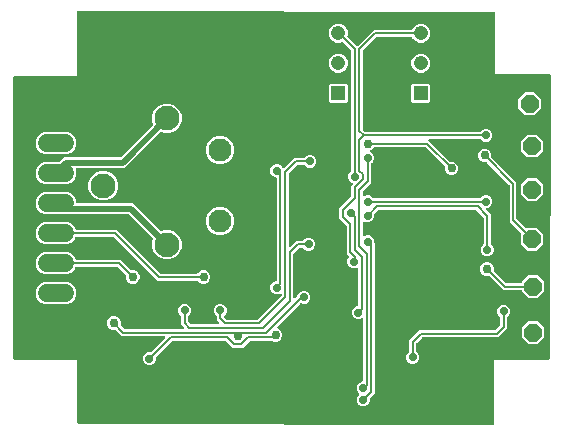
<source format=gbr>
G04 EAGLE Gerber RS-274X export*
G75*
%MOMM*%
%FSLAX34Y34*%
%LPD*%
%INBottom Copper*%
%IPPOS*%
%AMOC8*
5,1,8,0,0,1.08239X$1,22.5*%
G01*
%ADD10C,2.100000*%
%ADD11C,1.950000*%
%ADD12C,1.208000*%
%ADD13R,1.208000X1.208000*%
%ADD14C,1.524000*%
%ADD15P,1.649562X8X22.500000*%
%ADD16C,0.700000*%
%ADD17C,0.900000*%
%ADD18C,0.750000*%
%ADD19C,0.200000*%
%ADD20C,0.500000*%
%ADD21C,0.508000*%
%ADD22C,0.152400*%

G36*
X411063Y4124D02*
X411063Y4124D01*
X411128Y4123D01*
X411201Y4144D01*
X411277Y4154D01*
X411337Y4181D01*
X411400Y4198D01*
X411465Y4239D01*
X411534Y4270D01*
X411584Y4312D01*
X411640Y4347D01*
X411691Y4403D01*
X411749Y4453D01*
X411785Y4507D01*
X411829Y4556D01*
X411862Y4625D01*
X411904Y4688D01*
X411923Y4751D01*
X411952Y4810D01*
X411962Y4878D01*
X411987Y4958D01*
X411988Y5044D01*
X411999Y5114D01*
X411999Y59001D01*
X458170Y59001D01*
X458232Y59010D01*
X458295Y59009D01*
X458371Y59029D01*
X458449Y59041D01*
X458506Y59066D01*
X458567Y59083D01*
X458634Y59124D01*
X458706Y59157D01*
X458754Y59198D01*
X458807Y59231D01*
X458861Y59289D01*
X458920Y59340D01*
X458955Y59393D01*
X458997Y59439D01*
X459032Y59510D01*
X459075Y59576D01*
X459093Y59636D01*
X459121Y59693D01*
X459132Y59763D01*
X459157Y59846D01*
X459158Y59929D01*
X459169Y59997D01*
X459838Y299997D01*
X459829Y300062D01*
X459829Y300128D01*
X459809Y300201D01*
X459799Y300277D01*
X459772Y300336D01*
X459754Y300400D01*
X459714Y300464D01*
X459683Y300534D01*
X459641Y300584D01*
X459606Y300640D01*
X459550Y300691D01*
X459500Y300749D01*
X459446Y300785D01*
X459397Y300829D01*
X459328Y300862D01*
X459265Y300904D01*
X459202Y300923D01*
X459143Y300952D01*
X459075Y300962D01*
X458995Y300987D01*
X458909Y300988D01*
X458838Y300999D01*
X412999Y300999D01*
X412999Y352228D01*
X412990Y352289D01*
X412992Y352352D01*
X412971Y352428D01*
X412959Y352507D01*
X412934Y352564D01*
X412918Y352624D01*
X412876Y352692D01*
X412843Y352764D01*
X412803Y352811D01*
X412770Y352864D01*
X412712Y352918D01*
X412660Y352978D01*
X412608Y353012D01*
X412562Y353054D01*
X412491Y353089D01*
X412424Y353133D01*
X412364Y353151D01*
X412309Y353178D01*
X412238Y353190D01*
X412154Y353215D01*
X412072Y353216D01*
X412004Y353227D01*
X60004Y354741D01*
X59938Y354732D01*
X59872Y354733D01*
X59800Y354713D01*
X59725Y354703D01*
X59664Y354675D01*
X59600Y354658D01*
X59536Y354618D01*
X59467Y354587D01*
X59417Y354544D01*
X59360Y354510D01*
X59310Y354454D01*
X59252Y354405D01*
X59216Y354350D01*
X59171Y354300D01*
X59138Y354233D01*
X59097Y354170D01*
X59077Y354106D01*
X59048Y354047D01*
X59038Y353979D01*
X59013Y353900D01*
X59012Y353813D01*
X59001Y353742D01*
X59001Y298999D01*
X6000Y298999D01*
X5936Y298990D01*
X5872Y298991D01*
X5797Y298970D01*
X5721Y298959D01*
X5662Y298933D01*
X5600Y298916D01*
X5534Y298875D01*
X5464Y298843D01*
X5415Y298801D01*
X5360Y298768D01*
X5308Y298710D01*
X5250Y298660D01*
X5214Y298606D01*
X5171Y298558D01*
X5138Y298489D01*
X5095Y298424D01*
X5076Y298362D01*
X5048Y298305D01*
X5037Y298235D01*
X5013Y298154D01*
X5012Y298069D01*
X5001Y298000D01*
X5001Y60000D01*
X5010Y59936D01*
X5009Y59872D01*
X5030Y59797D01*
X5041Y59721D01*
X5067Y59662D01*
X5084Y59600D01*
X5125Y59534D01*
X5157Y59464D01*
X5199Y59415D01*
X5232Y59360D01*
X5290Y59308D01*
X5340Y59250D01*
X5394Y59214D01*
X5442Y59171D01*
X5511Y59138D01*
X5576Y59095D01*
X5638Y59076D01*
X5695Y59048D01*
X5765Y59037D01*
X5846Y59013D01*
X5931Y59012D01*
X6000Y59001D01*
X59001Y59001D01*
X59001Y5871D01*
X59010Y5808D01*
X59009Y5745D01*
X59029Y5669D01*
X59041Y5591D01*
X59067Y5534D01*
X59083Y5473D01*
X59124Y5406D01*
X59157Y5335D01*
X59198Y5287D01*
X59231Y5233D01*
X59289Y5180D01*
X59340Y5120D01*
X59393Y5086D01*
X59440Y5043D01*
X59510Y5009D01*
X59576Y4966D01*
X59637Y4947D01*
X59693Y4920D01*
X59764Y4909D01*
X59846Y4883D01*
X59929Y4882D01*
X59998Y4871D01*
X410998Y4115D01*
X411063Y4124D01*
G37*
%LPC*%
G36*
X299906Y19499D02*
X299906Y19499D01*
X297884Y20337D01*
X296337Y21884D01*
X295499Y23906D01*
X295499Y26094D01*
X296337Y28116D01*
X297514Y29293D01*
X297553Y29345D01*
X297599Y29390D01*
X297637Y29457D01*
X297684Y29519D01*
X297706Y29579D01*
X297738Y29635D01*
X297756Y29710D01*
X297783Y29783D01*
X297788Y29847D01*
X297803Y29910D01*
X297799Y29987D01*
X297805Y30064D01*
X297792Y30127D01*
X297788Y30191D01*
X297763Y30264D01*
X297747Y30340D01*
X297717Y30397D01*
X297696Y30458D01*
X297655Y30514D01*
X297615Y30589D01*
X297556Y30650D01*
X297514Y30707D01*
X296337Y31884D01*
X295499Y33906D01*
X295499Y36094D01*
X296337Y38116D01*
X297884Y39663D01*
X299906Y40501D01*
X300000Y40501D01*
X300064Y40510D01*
X300128Y40509D01*
X300203Y40530D01*
X300279Y40541D01*
X300338Y40567D01*
X300400Y40584D01*
X300466Y40625D01*
X300536Y40657D01*
X300585Y40699D01*
X300640Y40732D01*
X300692Y40790D01*
X300750Y40840D01*
X300786Y40894D01*
X300829Y40942D01*
X300862Y41011D01*
X300905Y41076D01*
X300924Y41138D01*
X300952Y41195D01*
X300963Y41265D01*
X300987Y41346D01*
X300988Y41431D01*
X300999Y41500D01*
X300999Y93207D01*
X300983Y93324D01*
X300971Y93443D01*
X300963Y93464D01*
X300959Y93486D01*
X300911Y93594D01*
X300867Y93705D01*
X300853Y93723D01*
X300843Y93743D01*
X300766Y93833D01*
X300693Y93927D01*
X300675Y93940D01*
X300660Y93958D01*
X300560Y94023D01*
X300464Y94092D01*
X300443Y94100D01*
X300424Y94112D01*
X300310Y94147D01*
X300199Y94186D01*
X300176Y94188D01*
X300154Y94194D01*
X300036Y94196D01*
X299917Y94203D01*
X299896Y94198D01*
X299872Y94198D01*
X299693Y94148D01*
X299618Y94130D01*
X298094Y93499D01*
X295906Y93499D01*
X293884Y94337D01*
X292337Y95884D01*
X291499Y97906D01*
X291499Y100094D01*
X292337Y102116D01*
X293884Y103663D01*
X295906Y104501D01*
X296000Y104501D01*
X296064Y104510D01*
X296128Y104509D01*
X296203Y104530D01*
X296279Y104541D01*
X296338Y104567D01*
X296400Y104584D01*
X296466Y104625D01*
X296536Y104657D01*
X296585Y104699D01*
X296640Y104732D01*
X296692Y104790D01*
X296750Y104840D01*
X296786Y104894D01*
X296829Y104942D01*
X296862Y105011D01*
X296905Y105076D01*
X296924Y105138D01*
X296952Y105195D01*
X296963Y105265D01*
X296987Y105346D01*
X296988Y105431D01*
X296999Y105500D01*
X296999Y136207D01*
X296983Y136324D01*
X296971Y136443D01*
X296963Y136464D01*
X296959Y136486D01*
X296911Y136594D01*
X296867Y136704D01*
X296853Y136722D01*
X296843Y136743D01*
X296766Y136833D01*
X296693Y136927D01*
X296675Y136940D01*
X296660Y136958D01*
X296560Y137023D01*
X296464Y137092D01*
X296443Y137099D01*
X296424Y137112D01*
X296310Y137147D01*
X296199Y137186D01*
X296176Y137188D01*
X296154Y137194D01*
X296036Y137196D01*
X295917Y137203D01*
X295896Y137198D01*
X295872Y137198D01*
X295693Y137148D01*
X295618Y137130D01*
X294094Y136499D01*
X291906Y136499D01*
X289884Y137337D01*
X288337Y138884D01*
X287499Y140906D01*
X287499Y143094D01*
X288337Y145116D01*
X288782Y145561D01*
X288821Y145613D01*
X288867Y145657D01*
X288905Y145725D01*
X288951Y145787D01*
X288974Y145847D01*
X289006Y145903D01*
X289023Y145978D01*
X289051Y146051D01*
X289056Y146115D01*
X289071Y146177D01*
X289067Y146255D01*
X289073Y146332D01*
X289059Y146395D01*
X289056Y146459D01*
X289031Y146532D01*
X289015Y146608D01*
X288985Y146665D01*
X288964Y146725D01*
X288922Y146782D01*
X288883Y146857D01*
X288823Y146918D01*
X288782Y146974D01*
X286999Y148757D01*
X286999Y172343D01*
X286986Y172438D01*
X286981Y172534D01*
X286966Y172577D01*
X286959Y172622D01*
X286920Y172710D01*
X286888Y172801D01*
X286863Y172835D01*
X286843Y172879D01*
X286760Y172977D01*
X286707Y173050D01*
X280999Y178757D01*
X280999Y187243D01*
X290707Y196950D01*
X290764Y197027D01*
X290829Y197098D01*
X290849Y197139D01*
X290876Y197176D01*
X290910Y197266D01*
X290952Y197352D01*
X290958Y197394D01*
X290975Y197440D01*
X290985Y197567D01*
X290999Y197657D01*
X290999Y206243D01*
X292096Y207339D01*
X292167Y207434D01*
X292242Y207526D01*
X292251Y207547D01*
X292265Y207565D01*
X292307Y207676D01*
X292354Y207785D01*
X292356Y207807D01*
X292364Y207829D01*
X292374Y207947D01*
X292388Y208065D01*
X292385Y208087D01*
X292386Y208110D01*
X292362Y208226D01*
X292343Y208343D01*
X292333Y208364D01*
X292329Y208386D01*
X292273Y208491D01*
X292222Y208598D01*
X292207Y208615D01*
X292196Y208635D01*
X292113Y208720D01*
X292035Y208809D01*
X292016Y208820D01*
X291999Y208837D01*
X291837Y208929D01*
X291771Y208969D01*
X290884Y209337D01*
X289337Y210884D01*
X288499Y212906D01*
X288499Y215094D01*
X289337Y217116D01*
X290707Y218486D01*
X290764Y218563D01*
X290829Y218634D01*
X290849Y218675D01*
X290876Y218711D01*
X290910Y218801D01*
X290952Y218888D01*
X290958Y218930D01*
X290975Y218975D01*
X290985Y219103D01*
X290999Y219192D01*
X290999Y320343D01*
X290986Y320438D01*
X290981Y320534D01*
X290966Y320577D01*
X290959Y320622D01*
X290920Y320710D01*
X290888Y320801D01*
X290863Y320835D01*
X290843Y320879D01*
X290760Y320977D01*
X290707Y321050D01*
X284050Y327707D01*
X284042Y327712D01*
X284036Y327720D01*
X283929Y327797D01*
X283824Y327876D01*
X283815Y327879D01*
X283808Y327885D01*
X283684Y327929D01*
X283560Y327975D01*
X283551Y327976D01*
X283542Y327979D01*
X283410Y327987D01*
X283279Y327997D01*
X283270Y327995D01*
X283260Y327996D01*
X283185Y327978D01*
X283003Y327940D01*
X282982Y327928D01*
X282961Y327923D01*
X281599Y327359D01*
X278401Y327359D01*
X275445Y328583D01*
X273183Y330845D01*
X271959Y333801D01*
X271959Y336999D01*
X273183Y339955D01*
X275445Y342217D01*
X278401Y343441D01*
X281599Y343441D01*
X284555Y342217D01*
X286817Y339955D01*
X288041Y336999D01*
X288041Y333801D01*
X287828Y333288D01*
X287826Y333279D01*
X287821Y333270D01*
X287791Y333141D01*
X287758Y333015D01*
X287759Y333005D01*
X287756Y332996D01*
X287763Y332863D01*
X287767Y332733D01*
X287770Y332724D01*
X287771Y332714D01*
X287814Y332590D01*
X287855Y332465D01*
X287860Y332457D01*
X287863Y332448D01*
X287908Y332386D01*
X288014Y332232D01*
X288032Y332216D01*
X288045Y332199D01*
X295293Y324950D01*
X295345Y324912D01*
X295390Y324866D01*
X295457Y324827D01*
X295519Y324781D01*
X295579Y324758D01*
X295635Y324727D01*
X295710Y324709D01*
X295783Y324681D01*
X295847Y324676D01*
X295909Y324662D01*
X295987Y324666D01*
X296064Y324660D01*
X296127Y324673D01*
X296191Y324676D01*
X296264Y324701D01*
X296340Y324717D01*
X296397Y324747D01*
X296458Y324769D01*
X296514Y324810D01*
X296589Y324850D01*
X296650Y324909D01*
X296707Y324950D01*
X310157Y338401D01*
X341872Y338401D01*
X341881Y338402D01*
X341891Y338401D01*
X342021Y338422D01*
X342151Y338441D01*
X342160Y338444D01*
X342169Y338446D01*
X342289Y338503D01*
X342408Y338557D01*
X342415Y338563D01*
X342424Y338567D01*
X342523Y338655D01*
X342622Y338740D01*
X342628Y338748D01*
X342635Y338754D01*
X342675Y338820D01*
X342777Y338976D01*
X342784Y338999D01*
X342795Y339018D01*
X343183Y339955D01*
X345445Y342217D01*
X348401Y343441D01*
X351599Y343441D01*
X354555Y342217D01*
X356817Y339955D01*
X358041Y336999D01*
X358041Y333801D01*
X356817Y330845D01*
X354555Y328583D01*
X351599Y327359D01*
X348401Y327359D01*
X345445Y328583D01*
X343183Y330845D01*
X342795Y331782D01*
X342790Y331791D01*
X342788Y331800D01*
X342718Y331912D01*
X342652Y332025D01*
X342645Y332032D01*
X342640Y332040D01*
X342542Y332128D01*
X342446Y332218D01*
X342437Y332222D01*
X342430Y332229D01*
X342312Y332286D01*
X342194Y332346D01*
X342185Y332348D01*
X342177Y332352D01*
X342101Y332364D01*
X341917Y332398D01*
X341893Y332396D01*
X341872Y332399D01*
X313057Y332399D01*
X312962Y332386D01*
X312866Y332381D01*
X312823Y332366D01*
X312778Y332359D01*
X312690Y332320D01*
X312599Y332288D01*
X312565Y332263D01*
X312521Y332243D01*
X312423Y332160D01*
X312350Y332107D01*
X301293Y321050D01*
X301236Y320973D01*
X301171Y320902D01*
X301151Y320861D01*
X301124Y320824D01*
X301090Y320734D01*
X301048Y320648D01*
X301042Y320606D01*
X301025Y320560D01*
X301015Y320433D01*
X301001Y320343D01*
X301001Y254657D01*
X301014Y254562D01*
X301019Y254466D01*
X301034Y254423D01*
X301041Y254378D01*
X301080Y254290D01*
X301112Y254199D01*
X301137Y254165D01*
X301157Y254121D01*
X301240Y254024D01*
X301293Y253950D01*
X302950Y252293D01*
X303027Y252236D01*
X303098Y252171D01*
X303139Y252151D01*
X303176Y252124D01*
X303266Y252090D01*
X303352Y252048D01*
X303394Y252042D01*
X303440Y252025D01*
X303567Y252015D01*
X303657Y252001D01*
X399808Y252001D01*
X399903Y252014D01*
X399999Y252019D01*
X400042Y252034D01*
X400087Y252041D01*
X400174Y252080D01*
X400265Y252112D01*
X400300Y252137D01*
X400344Y252157D01*
X400441Y252240D01*
X400514Y252293D01*
X401884Y253663D01*
X403906Y254501D01*
X406094Y254501D01*
X408116Y253663D01*
X409663Y252116D01*
X410501Y250094D01*
X410501Y247906D01*
X409663Y245884D01*
X408116Y244337D01*
X406094Y243499D01*
X403906Y243499D01*
X401884Y244337D01*
X400514Y245707D01*
X400437Y245764D01*
X400366Y245829D01*
X400325Y245849D01*
X400289Y245876D01*
X400199Y245910D01*
X400112Y245952D01*
X400070Y245958D01*
X400025Y245975D01*
X399897Y245985D01*
X399808Y245999D01*
X357320Y245999D01*
X357288Y245995D01*
X357256Y245997D01*
X357149Y245975D01*
X357041Y245959D01*
X357012Y245946D01*
X356980Y245940D01*
X356884Y245888D01*
X356784Y245843D01*
X356760Y245822D01*
X356731Y245807D01*
X356653Y245731D01*
X356570Y245660D01*
X356552Y245633D01*
X356529Y245610D01*
X356475Y245515D01*
X356415Y245424D01*
X356406Y245393D01*
X356390Y245365D01*
X356365Y245259D01*
X356333Y245154D01*
X356332Y245122D01*
X356325Y245091D01*
X356331Y244981D01*
X356329Y244872D01*
X356338Y244841D01*
X356339Y244809D01*
X356375Y244706D01*
X356404Y244600D01*
X356421Y244573D01*
X356432Y244542D01*
X356485Y244469D01*
X356553Y244360D01*
X356589Y244328D01*
X356614Y244293D01*
X358055Y242852D01*
X358056Y242852D01*
X373889Y227018D01*
X373897Y227012D01*
X373903Y227004D01*
X374009Y226928D01*
X374115Y226849D01*
X374124Y226845D01*
X374132Y226840D01*
X374255Y226796D01*
X374379Y226749D01*
X374388Y226748D01*
X374397Y226745D01*
X374529Y226737D01*
X374660Y226727D01*
X374669Y226729D01*
X374679Y226729D01*
X374755Y226747D01*
X374772Y226751D01*
X377144Y226751D01*
X379258Y225875D01*
X380875Y224258D01*
X381751Y222144D01*
X381751Y219856D01*
X380875Y217742D01*
X379258Y216125D01*
X377144Y215249D01*
X374856Y215249D01*
X372742Y216125D01*
X371125Y217742D01*
X370249Y219856D01*
X370249Y222219D01*
X370269Y222295D01*
X370268Y222304D01*
X370271Y222314D01*
X370264Y222446D01*
X370260Y222576D01*
X370257Y222586D01*
X370256Y222595D01*
X370213Y222720D01*
X370173Y222845D01*
X370167Y222853D01*
X370164Y222862D01*
X370118Y222924D01*
X370014Y223078D01*
X369995Y223093D01*
X369982Y223111D01*
X354148Y238945D01*
X354072Y239002D01*
X354000Y239067D01*
X353959Y239087D01*
X353923Y239114D01*
X353833Y239148D01*
X353746Y239190D01*
X353704Y239196D01*
X353659Y239213D01*
X353531Y239223D01*
X353442Y239237D01*
X310748Y239237D01*
X310738Y239236D01*
X310729Y239237D01*
X310599Y239216D01*
X310469Y239197D01*
X310460Y239194D01*
X310450Y239192D01*
X310331Y239135D01*
X310212Y239081D01*
X310205Y239075D01*
X310196Y239071D01*
X310097Y238983D01*
X309997Y238898D01*
X309992Y238890D01*
X309985Y238883D01*
X309945Y238818D01*
X309934Y238802D01*
X308258Y237125D01*
X307444Y236788D01*
X307416Y236771D01*
X307386Y236761D01*
X307296Y236700D01*
X307202Y236644D01*
X307179Y236621D01*
X307153Y236603D01*
X307083Y236518D01*
X307009Y236439D01*
X306994Y236410D01*
X306973Y236385D01*
X306930Y236285D01*
X306881Y236187D01*
X306875Y236155D01*
X306862Y236126D01*
X306849Y236018D01*
X306828Y235910D01*
X306831Y235878D01*
X306828Y235846D01*
X306845Y235738D01*
X306855Y235629D01*
X306867Y235599D01*
X306873Y235567D01*
X306919Y235469D01*
X306960Y235367D01*
X306980Y235342D01*
X306994Y235313D01*
X307066Y235231D01*
X307133Y235145D01*
X307160Y235126D01*
X307181Y235102D01*
X307258Y235055D01*
X307362Y234980D01*
X307408Y234964D01*
X307444Y234942D01*
X308116Y234663D01*
X309663Y233116D01*
X310501Y231094D01*
X310501Y228906D01*
X309663Y226884D01*
X308293Y225514D01*
X308236Y225437D01*
X308171Y225366D01*
X308151Y225325D01*
X308124Y225289D01*
X308090Y225199D01*
X308048Y225112D01*
X308042Y225070D01*
X308025Y225025D01*
X308015Y224897D01*
X308001Y224808D01*
X308001Y208757D01*
X301293Y202050D01*
X301236Y201973D01*
X301171Y201902D01*
X301151Y201861D01*
X301124Y201824D01*
X301090Y201734D01*
X301048Y201648D01*
X301042Y201606D01*
X301025Y201560D01*
X301015Y201433D01*
X301001Y201343D01*
X301001Y198793D01*
X301017Y198676D01*
X301029Y198557D01*
X301037Y198536D01*
X301041Y198514D01*
X301089Y198406D01*
X301133Y198295D01*
X301147Y198277D01*
X301157Y198257D01*
X301234Y198167D01*
X301307Y198073D01*
X301325Y198060D01*
X301340Y198042D01*
X301440Y197977D01*
X301536Y197908D01*
X301557Y197900D01*
X301576Y197888D01*
X301690Y197853D01*
X301801Y197814D01*
X301824Y197812D01*
X301846Y197806D01*
X301964Y197804D01*
X302083Y197797D01*
X302104Y197802D01*
X302128Y197802D01*
X302307Y197852D01*
X302382Y197870D01*
X303906Y198501D01*
X306094Y198501D01*
X308116Y197663D01*
X309486Y196293D01*
X309563Y196236D01*
X309634Y196171D01*
X309675Y196151D01*
X309711Y196124D01*
X309801Y196090D01*
X309888Y196048D01*
X309930Y196042D01*
X309975Y196025D01*
X310103Y196015D01*
X310192Y196001D01*
X399808Y196001D01*
X399903Y196014D01*
X399999Y196019D01*
X400042Y196034D01*
X400087Y196041D01*
X400174Y196080D01*
X400265Y196112D01*
X400300Y196137D01*
X400344Y196157D01*
X400441Y196240D01*
X400514Y196293D01*
X401884Y197663D01*
X403906Y198501D01*
X406094Y198501D01*
X408116Y197663D01*
X409663Y196116D01*
X410501Y194094D01*
X410501Y191906D01*
X409663Y189884D01*
X408116Y188337D01*
X406086Y187496D01*
X405986Y187475D01*
X405878Y187459D01*
X405848Y187446D01*
X405817Y187440D01*
X405720Y187388D01*
X405621Y187343D01*
X405596Y187322D01*
X405568Y187307D01*
X405489Y187231D01*
X405406Y187160D01*
X405389Y187133D01*
X405366Y187110D01*
X405312Y187015D01*
X405252Y186924D01*
X405242Y186893D01*
X405227Y186865D01*
X405201Y186759D01*
X405170Y186654D01*
X405169Y186622D01*
X405162Y186591D01*
X405167Y186481D01*
X405166Y186372D01*
X405174Y186341D01*
X405176Y186309D01*
X405212Y186206D01*
X405241Y186100D01*
X405258Y186073D01*
X405268Y186042D01*
X405322Y185969D01*
X405389Y185860D01*
X405425Y185828D01*
X405450Y185793D01*
X409001Y182243D01*
X409001Y157192D01*
X409014Y157097D01*
X409019Y157001D01*
X409034Y156958D01*
X409041Y156913D01*
X409080Y156826D01*
X409112Y156735D01*
X409137Y156700D01*
X409157Y156656D01*
X409240Y156559D01*
X409293Y156486D01*
X410663Y155116D01*
X411501Y153094D01*
X411501Y150906D01*
X410663Y148884D01*
X409116Y147337D01*
X407094Y146499D01*
X404906Y146499D01*
X402884Y147337D01*
X401337Y148884D01*
X400499Y150906D01*
X400499Y153094D01*
X401337Y155116D01*
X402707Y156486D01*
X402764Y156563D01*
X402829Y156634D01*
X402849Y156675D01*
X402876Y156711D01*
X402910Y156801D01*
X402952Y156888D01*
X402958Y156930D01*
X402975Y156975D01*
X402985Y157103D01*
X402999Y157192D01*
X402999Y179343D01*
X402986Y179438D01*
X402981Y179534D01*
X402966Y179577D01*
X402959Y179622D01*
X402920Y179710D01*
X402888Y179801D01*
X402863Y179835D01*
X402843Y179879D01*
X402760Y179977D01*
X402707Y180050D01*
X397050Y185707D01*
X396973Y185764D01*
X396902Y185829D01*
X396861Y185849D01*
X396824Y185876D01*
X396734Y185910D01*
X396648Y185952D01*
X396606Y185958D01*
X396560Y185975D01*
X396433Y185985D01*
X396343Y185999D01*
X314657Y185999D01*
X314562Y185986D01*
X314466Y185981D01*
X314423Y185966D01*
X314378Y185959D01*
X314290Y185920D01*
X314199Y185888D01*
X314165Y185863D01*
X314121Y185843D01*
X314023Y185760D01*
X313950Y185707D01*
X310793Y182550D01*
X310736Y182473D01*
X310671Y182402D01*
X310651Y182361D01*
X310624Y182324D01*
X310590Y182234D01*
X310548Y182148D01*
X310542Y182106D01*
X310525Y182060D01*
X310515Y181933D01*
X310501Y181843D01*
X310501Y179906D01*
X309663Y177884D01*
X308116Y176337D01*
X306094Y175499D01*
X303906Y175499D01*
X302382Y176130D01*
X302268Y176160D01*
X302154Y176194D01*
X302131Y176195D01*
X302109Y176200D01*
X301991Y176197D01*
X301872Y176198D01*
X301850Y176192D01*
X301827Y176191D01*
X301715Y176155D01*
X301600Y176123D01*
X301581Y176111D01*
X301559Y176104D01*
X301461Y176037D01*
X301360Y175975D01*
X301345Y175958D01*
X301326Y175945D01*
X301251Y175853D01*
X301171Y175766D01*
X301161Y175745D01*
X301147Y175727D01*
X301100Y175618D01*
X301048Y175512D01*
X301045Y175490D01*
X301035Y175468D01*
X301013Y175284D01*
X301001Y175207D01*
X301001Y164793D01*
X301017Y164676D01*
X301029Y164557D01*
X301037Y164536D01*
X301041Y164514D01*
X301089Y164406D01*
X301133Y164295D01*
X301147Y164277D01*
X301157Y164257D01*
X301234Y164167D01*
X301307Y164073D01*
X301325Y164060D01*
X301340Y164042D01*
X301440Y163977D01*
X301536Y163908D01*
X301557Y163900D01*
X301576Y163888D01*
X301690Y163853D01*
X301801Y163814D01*
X301824Y163812D01*
X301846Y163806D01*
X301964Y163804D01*
X302083Y163797D01*
X302104Y163802D01*
X302128Y163802D01*
X302307Y163852D01*
X302382Y163870D01*
X303906Y164501D01*
X306094Y164501D01*
X308116Y163663D01*
X309663Y162116D01*
X310501Y160094D01*
X310501Y158157D01*
X310514Y158062D01*
X310519Y157966D01*
X310534Y157923D01*
X310541Y157878D01*
X310580Y157790D01*
X310612Y157699D01*
X310637Y157665D01*
X310657Y157621D01*
X310740Y157523D01*
X310793Y157450D01*
X311001Y157243D01*
X311001Y30757D01*
X306793Y26550D01*
X306736Y26473D01*
X306671Y26402D01*
X306651Y26361D01*
X306624Y26324D01*
X306590Y26234D01*
X306548Y26148D01*
X306542Y26106D01*
X306525Y26060D01*
X306515Y25933D01*
X306501Y25843D01*
X306501Y23906D01*
X305663Y21884D01*
X304116Y20337D01*
X302094Y19499D01*
X299906Y19499D01*
G37*
%LPD*%
%LPC*%
G36*
X118906Y54499D02*
X118906Y54499D01*
X116884Y55337D01*
X115337Y56884D01*
X114499Y58906D01*
X114499Y61094D01*
X115337Y63116D01*
X116884Y64663D01*
X118906Y65501D01*
X120843Y65501D01*
X120938Y65514D01*
X121034Y65519D01*
X121077Y65534D01*
X121122Y65541D01*
X121210Y65580D01*
X121301Y65612D01*
X121335Y65637D01*
X121379Y65657D01*
X121477Y65740D01*
X121550Y65793D01*
X133050Y77293D01*
X133069Y77319D01*
X133094Y77340D01*
X133154Y77432D01*
X133219Y77519D01*
X133230Y77549D01*
X133248Y77576D01*
X133280Y77681D01*
X133319Y77783D01*
X133321Y77815D01*
X133330Y77846D01*
X133332Y77955D01*
X133340Y78064D01*
X133334Y78096D01*
X133334Y78128D01*
X133305Y78233D01*
X133283Y78340D01*
X133268Y78369D01*
X133259Y78400D01*
X133202Y78493D01*
X133150Y78589D01*
X133128Y78612D01*
X133111Y78640D01*
X133030Y78713D01*
X132954Y78791D01*
X132926Y78807D01*
X132902Y78829D01*
X132803Y78876D01*
X132708Y78930D01*
X132677Y78938D01*
X132648Y78952D01*
X132559Y78966D01*
X132434Y78995D01*
X132385Y78993D01*
X132343Y78999D01*
X96757Y78999D01*
X91800Y83957D01*
X91723Y84014D01*
X91652Y84079D01*
X91611Y84099D01*
X91574Y84126D01*
X91484Y84160D01*
X91398Y84202D01*
X91356Y84208D01*
X91310Y84225D01*
X91183Y84235D01*
X91093Y84249D01*
X88856Y84249D01*
X86742Y85125D01*
X85125Y86742D01*
X84249Y88856D01*
X84249Y91144D01*
X85125Y93258D01*
X86742Y94875D01*
X88856Y95751D01*
X91144Y95751D01*
X93258Y94875D01*
X94875Y93258D01*
X95751Y91144D01*
X95751Y88907D01*
X95764Y88812D01*
X95769Y88716D01*
X95784Y88673D01*
X95791Y88628D01*
X95830Y88540D01*
X95862Y88449D01*
X95887Y88415D01*
X95907Y88371D01*
X95990Y88273D01*
X96043Y88200D01*
X98950Y85293D01*
X99027Y85236D01*
X99098Y85171D01*
X99139Y85151D01*
X99176Y85124D01*
X99266Y85090D01*
X99352Y85048D01*
X99394Y85042D01*
X99440Y85025D01*
X99567Y85015D01*
X99657Y85001D01*
X148343Y85001D01*
X148375Y85005D01*
X148407Y85003D01*
X148426Y85007D01*
X148446Y85006D01*
X148533Y85028D01*
X148622Y85041D01*
X148652Y85054D01*
X148683Y85060D01*
X148700Y85069D01*
X148719Y85074D01*
X148797Y85120D01*
X148879Y85157D01*
X148904Y85178D01*
X148932Y85193D01*
X148946Y85206D01*
X148963Y85216D01*
X149025Y85282D01*
X149094Y85340D01*
X149111Y85367D01*
X149134Y85390D01*
X149144Y85406D01*
X149157Y85421D01*
X149199Y85501D01*
X149248Y85576D01*
X149258Y85607D01*
X149273Y85635D01*
X149278Y85654D01*
X149287Y85671D01*
X149304Y85760D01*
X149330Y85846D01*
X149331Y85878D01*
X149338Y85909D01*
X149337Y85929D01*
X149341Y85948D01*
X149333Y86038D01*
X149334Y86128D01*
X149326Y86159D01*
X149324Y86191D01*
X149318Y86209D01*
X149316Y86229D01*
X149283Y86313D01*
X149259Y86400D01*
X149242Y86427D01*
X149231Y86458D01*
X149221Y86472D01*
X149213Y86491D01*
X149158Y86563D01*
X149111Y86640D01*
X149075Y86672D01*
X149050Y86707D01*
X146999Y88757D01*
X146999Y95808D01*
X146986Y95903D01*
X146981Y95999D01*
X146966Y96042D01*
X146959Y96087D01*
X146920Y96174D01*
X146888Y96265D01*
X146863Y96300D01*
X146843Y96344D01*
X146760Y96441D01*
X146707Y96514D01*
X145337Y97884D01*
X144499Y99906D01*
X144499Y102094D01*
X145337Y104116D01*
X146884Y105663D01*
X148906Y106501D01*
X151094Y106501D01*
X153116Y105663D01*
X154663Y104116D01*
X155501Y102094D01*
X155501Y99906D01*
X154663Y97884D01*
X153293Y96514D01*
X153236Y96437D01*
X153171Y96366D01*
X153151Y96325D01*
X153124Y96289D01*
X153090Y96199D01*
X153048Y96112D01*
X153042Y96070D01*
X153025Y96025D01*
X153015Y95897D01*
X153001Y95808D01*
X153001Y91657D01*
X153014Y91562D01*
X153019Y91466D01*
X153034Y91423D01*
X153041Y91378D01*
X153080Y91290D01*
X153112Y91199D01*
X153137Y91165D01*
X153157Y91121D01*
X153240Y91023D01*
X153293Y90950D01*
X154950Y89293D01*
X155027Y89236D01*
X155098Y89171D01*
X155139Y89151D01*
X155176Y89124D01*
X155266Y89090D01*
X155352Y89048D01*
X155394Y89042D01*
X155440Y89025D01*
X155567Y89015D01*
X155657Y89001D01*
X178343Y89001D01*
X178375Y89005D01*
X178407Y89003D01*
X178514Y89025D01*
X178622Y89041D01*
X178652Y89054D01*
X178683Y89060D01*
X178780Y89112D01*
X178879Y89157D01*
X178904Y89178D01*
X178932Y89193D01*
X179011Y89269D01*
X179094Y89340D01*
X179111Y89367D01*
X179134Y89390D01*
X179188Y89485D01*
X179248Y89576D01*
X179258Y89607D01*
X179273Y89635D01*
X179299Y89741D01*
X179330Y89846D01*
X179331Y89878D01*
X179338Y89909D01*
X179333Y90019D01*
X179334Y90128D01*
X179326Y90159D01*
X179324Y90191D01*
X179288Y90294D01*
X179259Y90400D01*
X179242Y90427D01*
X179232Y90458D01*
X179178Y90531D01*
X179111Y90640D01*
X179075Y90672D01*
X179050Y90707D01*
X176999Y92757D01*
X176999Y95808D01*
X176986Y95903D01*
X176981Y95999D01*
X176966Y96042D01*
X176959Y96087D01*
X176920Y96174D01*
X176888Y96265D01*
X176863Y96300D01*
X176843Y96344D01*
X176760Y96441D01*
X176707Y96514D01*
X175337Y97884D01*
X174499Y99906D01*
X174499Y102094D01*
X175337Y104116D01*
X176884Y105663D01*
X178906Y106501D01*
X181094Y106501D01*
X183116Y105663D01*
X184663Y104116D01*
X185501Y102094D01*
X185501Y99906D01*
X184663Y97884D01*
X183293Y96514D01*
X183236Y96437D01*
X183171Y96366D01*
X183151Y96325D01*
X183124Y96289D01*
X183090Y96199D01*
X183048Y96112D01*
X183042Y96070D01*
X183025Y96025D01*
X183015Y95897D01*
X183001Y95808D01*
X183001Y95657D01*
X183014Y95562D01*
X183019Y95466D01*
X183034Y95423D01*
X183041Y95378D01*
X183080Y95290D01*
X183112Y95199D01*
X183137Y95165D01*
X183157Y95121D01*
X183240Y95023D01*
X183293Y94950D01*
X184950Y93293D01*
X185027Y93236D01*
X185098Y93171D01*
X185139Y93151D01*
X185176Y93124D01*
X185266Y93090D01*
X185352Y93048D01*
X185394Y93042D01*
X185440Y93025D01*
X185567Y93015D01*
X185657Y93001D01*
X211343Y93001D01*
X211438Y93014D01*
X211534Y93019D01*
X211577Y93034D01*
X211622Y93041D01*
X211710Y93080D01*
X211801Y93112D01*
X211835Y93137D01*
X211879Y93157D01*
X211977Y93240D01*
X212050Y93293D01*
X231707Y112950D01*
X231764Y113027D01*
X231829Y113098D01*
X231849Y113139D01*
X231876Y113176D01*
X231910Y113266D01*
X231952Y113352D01*
X231958Y113394D01*
X231975Y113440D01*
X231985Y113567D01*
X231999Y113657D01*
X231999Y114207D01*
X231983Y114324D01*
X231971Y114443D01*
X231963Y114464D01*
X231959Y114486D01*
X231911Y114594D01*
X231867Y114705D01*
X231853Y114723D01*
X231843Y114743D01*
X231766Y114833D01*
X231693Y114927D01*
X231675Y114940D01*
X231660Y114958D01*
X231560Y115023D01*
X231464Y115092D01*
X231443Y115100D01*
X231424Y115112D01*
X231310Y115147D01*
X231199Y115186D01*
X231176Y115188D01*
X231154Y115194D01*
X231036Y115196D01*
X230917Y115203D01*
X230896Y115198D01*
X230872Y115198D01*
X230693Y115148D01*
X230618Y115130D01*
X229094Y114499D01*
X226906Y114499D01*
X224884Y115337D01*
X223337Y116884D01*
X222499Y118906D01*
X222499Y121094D01*
X223337Y123116D01*
X224884Y124663D01*
X226906Y125501D01*
X227000Y125501D01*
X227064Y125510D01*
X227128Y125509D01*
X227203Y125530D01*
X227279Y125541D01*
X227338Y125567D01*
X227400Y125584D01*
X227466Y125625D01*
X227536Y125657D01*
X227585Y125699D01*
X227640Y125732D01*
X227692Y125790D01*
X227750Y125840D01*
X227786Y125894D01*
X227829Y125942D01*
X227862Y126011D01*
X227905Y126076D01*
X227924Y126138D01*
X227952Y126195D01*
X227963Y126265D01*
X227987Y126346D01*
X227988Y126431D01*
X227999Y126500D01*
X227999Y212500D01*
X227990Y212564D01*
X227991Y212628D01*
X227970Y212703D01*
X227959Y212779D01*
X227933Y212838D01*
X227916Y212900D01*
X227875Y212966D01*
X227843Y213036D01*
X227801Y213085D01*
X227768Y213140D01*
X227710Y213192D01*
X227660Y213250D01*
X227606Y213286D01*
X227558Y213329D01*
X227489Y213362D01*
X227424Y213405D01*
X227362Y213424D01*
X227305Y213452D01*
X227235Y213463D01*
X227154Y213487D01*
X227069Y213488D01*
X227000Y213499D01*
X226906Y213499D01*
X224884Y214337D01*
X223337Y215884D01*
X222499Y217906D01*
X222499Y220094D01*
X223337Y222116D01*
X224884Y223663D01*
X226906Y224501D01*
X229094Y224501D01*
X231116Y223663D01*
X232663Y222116D01*
X232738Y221936D01*
X232798Y221834D01*
X232854Y221729D01*
X232870Y221713D01*
X232882Y221693D01*
X232968Y221612D01*
X233051Y221527D01*
X233071Y221516D01*
X233087Y221500D01*
X233193Y221446D01*
X233296Y221388D01*
X233318Y221382D01*
X233339Y221372D01*
X233455Y221350D01*
X233571Y221323D01*
X233593Y221324D01*
X233616Y221320D01*
X233733Y221331D01*
X233852Y221337D01*
X233874Y221345D01*
X233897Y221347D01*
X234007Y221391D01*
X234119Y221430D01*
X234136Y221442D01*
X234159Y221451D01*
X234306Y221566D01*
X234368Y221611D01*
X240707Y227950D01*
X242757Y230001D01*
X250808Y230001D01*
X250903Y230014D01*
X250999Y230019D01*
X251042Y230034D01*
X251087Y230041D01*
X251174Y230080D01*
X251265Y230112D01*
X251300Y230137D01*
X251344Y230157D01*
X251441Y230240D01*
X251514Y230293D01*
X252884Y231663D01*
X254906Y232501D01*
X257094Y232501D01*
X259116Y231663D01*
X260663Y230116D01*
X261501Y228094D01*
X261501Y225906D01*
X260663Y223884D01*
X259116Y222337D01*
X257094Y221499D01*
X254906Y221499D01*
X252884Y222337D01*
X251514Y223707D01*
X251437Y223764D01*
X251366Y223829D01*
X251325Y223849D01*
X251289Y223876D01*
X251199Y223910D01*
X251112Y223952D01*
X251070Y223958D01*
X251025Y223975D01*
X250897Y223985D01*
X250808Y223999D01*
X245657Y223999D01*
X245562Y223986D01*
X245466Y223981D01*
X245423Y223966D01*
X245378Y223959D01*
X245290Y223920D01*
X245199Y223888D01*
X245165Y223863D01*
X245121Y223843D01*
X245023Y223760D01*
X244950Y223707D01*
X238293Y217050D01*
X238236Y216973D01*
X238171Y216902D01*
X238151Y216861D01*
X238124Y216824D01*
X238090Y216734D01*
X238048Y216648D01*
X238042Y216606D01*
X238025Y216560D01*
X238015Y216433D01*
X238001Y216343D01*
X238001Y155657D01*
X238005Y155625D01*
X238003Y155593D01*
X238025Y155486D01*
X238041Y155378D01*
X238054Y155348D01*
X238060Y155317D01*
X238112Y155220D01*
X238157Y155121D01*
X238178Y155096D01*
X238193Y155068D01*
X238269Y154989D01*
X238340Y154906D01*
X238367Y154889D01*
X238390Y154866D01*
X238485Y154812D01*
X238576Y154752D01*
X238607Y154742D01*
X238635Y154727D01*
X238741Y154701D01*
X238846Y154670D01*
X238878Y154669D01*
X238909Y154662D01*
X239019Y154667D01*
X239128Y154666D01*
X239159Y154674D01*
X239191Y154676D01*
X239294Y154712D01*
X239400Y154741D01*
X239427Y154758D01*
X239458Y154768D01*
X239531Y154822D01*
X239640Y154889D01*
X239672Y154925D01*
X239707Y154950D01*
X242707Y157950D01*
X244757Y160001D01*
X249808Y160001D01*
X249903Y160014D01*
X249999Y160019D01*
X250042Y160034D01*
X250087Y160041D01*
X250174Y160080D01*
X250265Y160112D01*
X250300Y160137D01*
X250344Y160157D01*
X250441Y160240D01*
X250514Y160293D01*
X251884Y161663D01*
X253906Y162501D01*
X256094Y162501D01*
X258116Y161663D01*
X259663Y160116D01*
X260501Y158094D01*
X260501Y155906D01*
X259663Y153884D01*
X258116Y152337D01*
X256094Y151499D01*
X253906Y151499D01*
X251884Y152337D01*
X250514Y153707D01*
X250437Y153764D01*
X250366Y153829D01*
X250325Y153849D01*
X250289Y153876D01*
X250199Y153910D01*
X250112Y153952D01*
X250070Y153958D01*
X250025Y153975D01*
X249897Y153985D01*
X249808Y153999D01*
X247657Y153999D01*
X247562Y153986D01*
X247466Y153981D01*
X247423Y153966D01*
X247378Y153959D01*
X247290Y153920D01*
X247199Y153888D01*
X247165Y153863D01*
X247121Y153843D01*
X247023Y153760D01*
X246950Y153707D01*
X242293Y149050D01*
X242236Y148973D01*
X242171Y148902D01*
X242151Y148861D01*
X242124Y148824D01*
X242090Y148734D01*
X242048Y148648D01*
X242042Y148606D01*
X242025Y148560D01*
X242015Y148433D01*
X242001Y148343D01*
X242001Y111657D01*
X242005Y111625D01*
X242003Y111593D01*
X242025Y111486D01*
X242041Y111378D01*
X242054Y111348D01*
X242060Y111317D01*
X242112Y111220D01*
X242157Y111121D01*
X242178Y111096D01*
X242193Y111068D01*
X242269Y110989D01*
X242340Y110906D01*
X242367Y110889D01*
X242390Y110866D01*
X242485Y110812D01*
X242576Y110752D01*
X242607Y110742D01*
X242635Y110727D01*
X242741Y110701D01*
X242846Y110670D01*
X242878Y110669D01*
X242909Y110662D01*
X243019Y110667D01*
X243128Y110666D01*
X243159Y110674D01*
X243191Y110676D01*
X243294Y110712D01*
X243400Y110741D01*
X243427Y110758D01*
X243458Y110768D01*
X243531Y110822D01*
X243640Y110889D01*
X243672Y110925D01*
X243707Y110950D01*
X245207Y112450D01*
X245264Y112527D01*
X245329Y112598D01*
X245349Y112639D01*
X245376Y112676D01*
X245410Y112766D01*
X245452Y112852D01*
X245458Y112894D01*
X245475Y112940D01*
X245485Y113059D01*
X246337Y115116D01*
X247884Y116663D01*
X249906Y117501D01*
X252094Y117501D01*
X254116Y116663D01*
X255663Y115116D01*
X256501Y113094D01*
X256501Y110906D01*
X255663Y108884D01*
X254116Y107337D01*
X252094Y106499D01*
X249906Y106499D01*
X248993Y106877D01*
X248984Y106880D01*
X248976Y106884D01*
X248847Y106915D01*
X248720Y106947D01*
X248711Y106947D01*
X248701Y106949D01*
X248569Y106942D01*
X248438Y106938D01*
X248429Y106935D01*
X248420Y106935D01*
X248295Y106892D01*
X248170Y106851D01*
X248162Y106845D01*
X248153Y106842D01*
X248091Y106797D01*
X247937Y106692D01*
X247922Y106673D01*
X247904Y106661D01*
X228389Y87145D01*
X228317Y87050D01*
X228242Y86959D01*
X228233Y86938D01*
X228219Y86919D01*
X228177Y86808D01*
X228131Y86699D01*
X228128Y86677D01*
X228120Y86655D01*
X228111Y86537D01*
X228096Y86420D01*
X228100Y86397D01*
X228098Y86374D01*
X228122Y86258D01*
X228141Y86141D01*
X228151Y86120D01*
X228156Y86098D01*
X228211Y85994D01*
X228262Y85886D01*
X228277Y85869D01*
X228288Y85849D01*
X228371Y85764D01*
X228450Y85676D01*
X228468Y85664D01*
X228485Y85647D01*
X228647Y85555D01*
X228713Y85515D01*
X230258Y84875D01*
X231875Y83258D01*
X232751Y81144D01*
X232751Y78856D01*
X231875Y76742D01*
X230258Y75125D01*
X228144Y74249D01*
X225856Y74249D01*
X224229Y74923D01*
X224189Y74934D01*
X224151Y74952D01*
X224066Y74965D01*
X223956Y74993D01*
X223897Y74991D01*
X223847Y74999D01*
X205657Y74999D01*
X205562Y74986D01*
X205466Y74981D01*
X205423Y74966D01*
X205378Y74959D01*
X205290Y74920D01*
X205199Y74888D01*
X205165Y74863D01*
X205121Y74843D01*
X205023Y74760D01*
X204950Y74707D01*
X199243Y68999D01*
X190757Y68999D01*
X185050Y74707D01*
X184973Y74764D01*
X184902Y74829D01*
X184861Y74849D01*
X184824Y74876D01*
X184734Y74910D01*
X184648Y74952D01*
X184606Y74958D01*
X184560Y74975D01*
X184433Y74985D01*
X184343Y74999D01*
X139657Y74999D01*
X139562Y74986D01*
X139466Y74981D01*
X139423Y74966D01*
X139378Y74959D01*
X139290Y74920D01*
X139199Y74888D01*
X139165Y74863D01*
X139121Y74843D01*
X139023Y74760D01*
X138950Y74707D01*
X125793Y61550D01*
X125736Y61473D01*
X125671Y61402D01*
X125651Y61361D01*
X125624Y61324D01*
X125590Y61234D01*
X125548Y61148D01*
X125542Y61106D01*
X125525Y61060D01*
X125515Y60933D01*
X125501Y60843D01*
X125501Y58906D01*
X124663Y56884D01*
X123116Y55337D01*
X121094Y54499D01*
X118906Y54499D01*
G37*
%LPD*%
%LPC*%
G36*
X31466Y207479D02*
X31466Y207479D01*
X27930Y208944D01*
X25224Y211650D01*
X23759Y215186D01*
X23759Y219014D01*
X25224Y222550D01*
X27930Y225256D01*
X31466Y226721D01*
X43785Y226721D01*
X43880Y226734D01*
X43976Y226739D01*
X44020Y226754D01*
X44065Y226761D01*
X44152Y226800D01*
X44243Y226832D01*
X44277Y226857D01*
X44321Y226877D01*
X44419Y226960D01*
X44492Y227013D01*
X48019Y230541D01*
X51975Y230541D01*
X52018Y230525D01*
X52145Y230515D01*
X52235Y230501D01*
X95222Y230501D01*
X95317Y230514D01*
X95413Y230519D01*
X95456Y230534D01*
X95501Y230541D01*
X95589Y230580D01*
X95679Y230612D01*
X95714Y230637D01*
X95758Y230657D01*
X95855Y230740D01*
X95928Y230793D01*
X123096Y257961D01*
X123102Y257969D01*
X123109Y257974D01*
X123186Y258081D01*
X123265Y258187D01*
X123269Y258195D01*
X123274Y258203D01*
X123318Y258326D01*
X123365Y258450D01*
X123366Y258460D01*
X123369Y258469D01*
X123376Y258600D01*
X123387Y258732D01*
X123385Y258741D01*
X123385Y258750D01*
X123367Y258826D01*
X123329Y259008D01*
X123318Y259029D01*
X123313Y259050D01*
X122499Y261013D01*
X122499Y265987D01*
X124402Y270581D01*
X127919Y274098D01*
X132513Y276001D01*
X137487Y276001D01*
X142081Y274098D01*
X145598Y270581D01*
X147501Y265987D01*
X147501Y261013D01*
X145598Y256419D01*
X142081Y252902D01*
X137487Y250999D01*
X132513Y250999D01*
X130550Y251813D01*
X130541Y251815D01*
X130533Y251820D01*
X130404Y251850D01*
X130277Y251883D01*
X130267Y251882D01*
X130258Y251885D01*
X130125Y251878D01*
X129995Y251874D01*
X129986Y251871D01*
X129976Y251870D01*
X129852Y251827D01*
X129727Y251786D01*
X129719Y251781D01*
X129710Y251778D01*
X129648Y251732D01*
X129494Y251627D01*
X129478Y251609D01*
X129461Y251596D01*
X102293Y224428D01*
X99364Y221499D01*
X58707Y221499D01*
X58589Y221483D01*
X58471Y221471D01*
X58450Y221463D01*
X58427Y221459D01*
X58320Y221411D01*
X58209Y221367D01*
X58191Y221353D01*
X58170Y221343D01*
X58081Y221266D01*
X57987Y221193D01*
X57974Y221175D01*
X57956Y221160D01*
X57891Y221060D01*
X57822Y220964D01*
X57814Y220943D01*
X57802Y220924D01*
X57767Y220810D01*
X57727Y220699D01*
X57726Y220676D01*
X57719Y220654D01*
X57718Y220536D01*
X57711Y220417D01*
X57716Y220396D01*
X57716Y220372D01*
X57765Y220193D01*
X57783Y220118D01*
X58241Y219014D01*
X58241Y215186D01*
X56776Y211650D01*
X54070Y208944D01*
X50534Y207479D01*
X31466Y207479D01*
G37*
%LPD*%
%LPC*%
G36*
X132513Y143999D02*
X132513Y143999D01*
X127919Y145902D01*
X124402Y149419D01*
X122499Y154013D01*
X122499Y158987D01*
X123313Y160950D01*
X123315Y160959D01*
X123320Y160967D01*
X123350Y161096D01*
X123383Y161223D01*
X123382Y161233D01*
X123385Y161242D01*
X123378Y161375D01*
X123374Y161505D01*
X123371Y161514D01*
X123370Y161524D01*
X123327Y161648D01*
X123286Y161773D01*
X123281Y161781D01*
X123278Y161790D01*
X123232Y161852D01*
X123127Y162006D01*
X123109Y162022D01*
X123096Y162039D01*
X102928Y182207D01*
X102852Y182264D01*
X102780Y182329D01*
X102739Y182349D01*
X102703Y182376D01*
X102613Y182410D01*
X102526Y182452D01*
X102484Y182458D01*
X102439Y182475D01*
X102311Y182485D01*
X102222Y182499D01*
X51746Y182499D01*
X51705Y182493D01*
X51664Y182496D01*
X51580Y182476D01*
X51467Y182459D01*
X51414Y182435D01*
X51364Y182423D01*
X50534Y182079D01*
X31466Y182079D01*
X27930Y183544D01*
X25224Y186250D01*
X23759Y189786D01*
X23759Y193614D01*
X25224Y197150D01*
X27930Y199856D01*
X31466Y201321D01*
X50534Y201321D01*
X54070Y199856D01*
X56776Y197150D01*
X58241Y193614D01*
X58241Y192500D01*
X58250Y192436D01*
X58249Y192372D01*
X58270Y192297D01*
X58281Y192221D01*
X58307Y192162D01*
X58324Y192100D01*
X58365Y192034D01*
X58397Y191964D01*
X58439Y191915D01*
X58472Y191860D01*
X58530Y191808D01*
X58580Y191750D01*
X58634Y191714D01*
X58682Y191671D01*
X58751Y191638D01*
X58816Y191595D01*
X58878Y191576D01*
X58935Y191548D01*
X59005Y191537D01*
X59086Y191513D01*
X59171Y191512D01*
X59240Y191501D01*
X106364Y191501D01*
X109293Y188572D01*
X129461Y168404D01*
X129469Y168398D01*
X129474Y168391D01*
X129581Y168314D01*
X129687Y168235D01*
X129695Y168231D01*
X129703Y168226D01*
X129826Y168182D01*
X129950Y168135D01*
X129960Y168134D01*
X129969Y168131D01*
X130100Y168124D01*
X130232Y168113D01*
X130241Y168115D01*
X130250Y168115D01*
X130326Y168133D01*
X130508Y168171D01*
X130529Y168182D01*
X130550Y168187D01*
X132513Y169001D01*
X137487Y169001D01*
X142081Y167098D01*
X145598Y163581D01*
X147501Y158987D01*
X147501Y154013D01*
X145598Y149419D01*
X142081Y145902D01*
X137487Y143999D01*
X132513Y143999D01*
G37*
%LPD*%
%LPC*%
G36*
X164856Y123249D02*
X164856Y123249D01*
X162742Y124125D01*
X161161Y125707D01*
X161084Y125764D01*
X161012Y125829D01*
X160971Y125849D01*
X160935Y125876D01*
X160845Y125910D01*
X160759Y125952D01*
X160717Y125958D01*
X160671Y125975D01*
X160544Y125985D01*
X160454Y125999D01*
X126757Y125999D01*
X89750Y163007D01*
X89673Y163064D01*
X89602Y163129D01*
X89561Y163149D01*
X89524Y163176D01*
X89434Y163210D01*
X89348Y163252D01*
X89306Y163258D01*
X89260Y163275D01*
X89133Y163285D01*
X89043Y163299D01*
X58458Y163299D01*
X58449Y163298D01*
X58439Y163299D01*
X58309Y163278D01*
X58179Y163259D01*
X58170Y163256D01*
X58161Y163254D01*
X58041Y163197D01*
X57922Y163143D01*
X57915Y163137D01*
X57906Y163133D01*
X57808Y163045D01*
X57708Y162960D01*
X57702Y162952D01*
X57695Y162946D01*
X57655Y162880D01*
X57553Y162724D01*
X57546Y162701D01*
X57535Y162682D01*
X56776Y160850D01*
X54070Y158144D01*
X50534Y156679D01*
X31466Y156679D01*
X27930Y158144D01*
X25224Y160850D01*
X23759Y164386D01*
X23759Y168214D01*
X25224Y171750D01*
X27930Y174456D01*
X31466Y175921D01*
X50534Y175921D01*
X54070Y174456D01*
X56776Y171750D01*
X57535Y169918D01*
X57540Y169909D01*
X57542Y169900D01*
X57612Y169788D01*
X57679Y169675D01*
X57685Y169668D01*
X57690Y169660D01*
X57789Y169572D01*
X57884Y169482D01*
X57893Y169478D01*
X57900Y169471D01*
X58018Y169414D01*
X58136Y169354D01*
X58145Y169352D01*
X58154Y169348D01*
X58229Y169336D01*
X58413Y169302D01*
X58437Y169304D01*
X58458Y169301D01*
X91943Y169301D01*
X128950Y132293D01*
X129027Y132236D01*
X129098Y132171D01*
X129139Y132151D01*
X129176Y132124D01*
X129266Y132090D01*
X129352Y132048D01*
X129394Y132042D01*
X129440Y132025D01*
X129567Y132015D01*
X129657Y132001D01*
X160454Y132001D01*
X160549Y132014D01*
X160645Y132019D01*
X160688Y132034D01*
X160733Y132041D01*
X160821Y132080D01*
X160912Y132112D01*
X160946Y132137D01*
X160990Y132157D01*
X161088Y132240D01*
X161161Y132293D01*
X162742Y133875D01*
X164856Y134751D01*
X167144Y134751D01*
X169258Y133875D01*
X170875Y132258D01*
X171751Y130144D01*
X171751Y127856D01*
X170875Y125742D01*
X169258Y124125D01*
X167144Y123249D01*
X164856Y123249D01*
G37*
%LPD*%
%LPC*%
G36*
X104856Y123249D02*
X104856Y123249D01*
X102742Y124125D01*
X101125Y125742D01*
X100249Y127856D01*
X100249Y130093D01*
X100236Y130188D01*
X100231Y130284D01*
X100216Y130327D01*
X100209Y130372D01*
X100170Y130460D01*
X100138Y130551D01*
X100113Y130585D01*
X100093Y130629D01*
X100010Y130727D01*
X99957Y130800D01*
X93150Y137607D01*
X93073Y137664D01*
X93002Y137729D01*
X92961Y137749D01*
X92924Y137776D01*
X92834Y137810D01*
X92748Y137852D01*
X92706Y137858D01*
X92660Y137875D01*
X92533Y137885D01*
X92443Y137899D01*
X58458Y137899D01*
X58449Y137898D01*
X58439Y137899D01*
X58309Y137878D01*
X58179Y137859D01*
X58170Y137856D01*
X58161Y137854D01*
X58041Y137797D01*
X57922Y137743D01*
X57915Y137737D01*
X57906Y137733D01*
X57808Y137645D01*
X57708Y137560D01*
X57702Y137552D01*
X57695Y137546D01*
X57655Y137480D01*
X57553Y137324D01*
X57546Y137301D01*
X57535Y137282D01*
X56776Y135450D01*
X54070Y132744D01*
X50534Y131279D01*
X31466Y131279D01*
X27930Y132744D01*
X25224Y135450D01*
X23759Y138986D01*
X23759Y142814D01*
X25224Y146350D01*
X27930Y149056D01*
X31466Y150521D01*
X50534Y150521D01*
X54070Y149056D01*
X56776Y146350D01*
X57535Y144518D01*
X57540Y144509D01*
X57542Y144500D01*
X57612Y144388D01*
X57679Y144275D01*
X57685Y144268D01*
X57690Y144260D01*
X57789Y144172D01*
X57884Y144082D01*
X57893Y144078D01*
X57900Y144071D01*
X58018Y144014D01*
X58136Y143954D01*
X58145Y143952D01*
X58154Y143948D01*
X58229Y143936D01*
X58413Y143902D01*
X58437Y143904D01*
X58458Y143901D01*
X95343Y143901D01*
X104200Y135043D01*
X104277Y134986D01*
X104348Y134921D01*
X104389Y134901D01*
X104426Y134874D01*
X104516Y134840D01*
X104602Y134798D01*
X104644Y134792D01*
X104690Y134775D01*
X104817Y134765D01*
X104907Y134751D01*
X107144Y134751D01*
X109258Y133875D01*
X110875Y132258D01*
X111751Y130144D01*
X111751Y127856D01*
X110875Y125742D01*
X109258Y124125D01*
X107144Y123249D01*
X104856Y123249D01*
G37*
%LPD*%
%LPC*%
G36*
X440015Y151379D02*
X440015Y151379D01*
X434379Y157015D01*
X434379Y164985D01*
X434537Y165143D01*
X434576Y165194D01*
X434622Y165239D01*
X434660Y165306D01*
X434706Y165368D01*
X434729Y165428D01*
X434761Y165484D01*
X434779Y165560D01*
X434806Y165632D01*
X434811Y165696D01*
X434826Y165759D01*
X434822Y165836D01*
X434828Y165913D01*
X434815Y165976D01*
X434811Y166040D01*
X434786Y166114D01*
X434770Y166189D01*
X434740Y166246D01*
X434719Y166307D01*
X434677Y166364D01*
X434638Y166438D01*
X434578Y166499D01*
X434537Y166556D01*
X427148Y173945D01*
X425237Y175856D01*
X425237Y206442D01*
X425224Y206537D01*
X425219Y206633D01*
X425204Y206676D01*
X425197Y206721D01*
X425158Y206808D01*
X425126Y206899D01*
X425101Y206934D01*
X425081Y206978D01*
X424998Y207075D01*
X424945Y207148D01*
X406111Y225982D01*
X406103Y225988D01*
X406097Y225996D01*
X405991Y226072D01*
X405885Y226151D01*
X405876Y226155D01*
X405868Y226160D01*
X405745Y226204D01*
X405621Y226251D01*
X405612Y226252D01*
X405603Y226255D01*
X405471Y226263D01*
X405340Y226273D01*
X405331Y226271D01*
X405321Y226271D01*
X405245Y226253D01*
X405228Y226249D01*
X402856Y226249D01*
X400742Y227125D01*
X399125Y228742D01*
X398249Y230856D01*
X398249Y233144D01*
X399125Y235258D01*
X400742Y236875D01*
X402856Y237751D01*
X405144Y237751D01*
X407258Y236875D01*
X408875Y235258D01*
X409751Y233144D01*
X409751Y230781D01*
X409731Y230705D01*
X409732Y230696D01*
X409729Y230686D01*
X409736Y230554D01*
X409740Y230424D01*
X409743Y230414D01*
X409744Y230405D01*
X409787Y230280D01*
X409827Y230155D01*
X409833Y230147D01*
X409836Y230138D01*
X409882Y230076D01*
X409986Y229922D01*
X410005Y229907D01*
X410018Y229889D01*
X430763Y209144D01*
X430763Y178558D01*
X430776Y178463D01*
X430781Y178367D01*
X430796Y178324D01*
X430803Y178279D01*
X430842Y178192D01*
X430874Y178101D01*
X430899Y178066D01*
X430919Y178022D01*
X431002Y177925D01*
X431055Y177852D01*
X438444Y170463D01*
X438495Y170424D01*
X438540Y170378D01*
X438608Y170340D01*
X438670Y170294D01*
X438730Y170271D01*
X438786Y170239D01*
X438861Y170222D01*
X438934Y170194D01*
X438998Y170189D01*
X439060Y170174D01*
X439138Y170178D01*
X439215Y170172D01*
X439278Y170185D01*
X439342Y170189D01*
X439415Y170214D01*
X439491Y170230D01*
X439548Y170260D01*
X439608Y170281D01*
X439665Y170323D01*
X439740Y170362D01*
X439801Y170422D01*
X439857Y170463D01*
X440015Y170621D01*
X447985Y170621D01*
X453621Y164985D01*
X453621Y157015D01*
X447985Y151379D01*
X440015Y151379D01*
G37*
%LPD*%
%LPC*%
G36*
X341906Y55499D02*
X341906Y55499D01*
X339884Y56337D01*
X338337Y57884D01*
X337499Y59906D01*
X337499Y62094D01*
X338337Y64116D01*
X339707Y65486D01*
X339764Y65563D01*
X339829Y65634D01*
X339849Y65675D01*
X339876Y65711D01*
X339910Y65801D01*
X339952Y65888D01*
X339958Y65930D01*
X339975Y65975D01*
X339985Y66103D01*
X339999Y66192D01*
X339999Y75243D01*
X348757Y84001D01*
X412343Y84001D01*
X412438Y84014D01*
X412534Y84019D01*
X412577Y84034D01*
X412622Y84041D01*
X412710Y84080D01*
X412801Y84112D01*
X412835Y84137D01*
X412879Y84157D01*
X412977Y84240D01*
X413050Y84293D01*
X416707Y87950D01*
X416764Y88027D01*
X416829Y88098D01*
X416849Y88139D01*
X416876Y88176D01*
X416910Y88266D01*
X416952Y88352D01*
X416958Y88394D01*
X416975Y88440D01*
X416985Y88567D01*
X416999Y88657D01*
X416999Y94808D01*
X416986Y94903D01*
X416981Y94999D01*
X416966Y95042D01*
X416959Y95087D01*
X416920Y95174D01*
X416888Y95265D01*
X416863Y95300D01*
X416843Y95344D01*
X416760Y95441D01*
X416707Y95514D01*
X415337Y96884D01*
X414499Y98906D01*
X414499Y101094D01*
X415337Y103116D01*
X416884Y104663D01*
X418906Y105501D01*
X421094Y105501D01*
X423116Y104663D01*
X424663Y103116D01*
X425501Y101094D01*
X425501Y98906D01*
X424663Y96884D01*
X423293Y95514D01*
X423236Y95437D01*
X423171Y95366D01*
X423151Y95325D01*
X423124Y95289D01*
X423090Y95199D01*
X423048Y95112D01*
X423042Y95070D01*
X423025Y95025D01*
X423015Y94897D01*
X423001Y94808D01*
X423001Y85757D01*
X415243Y77999D01*
X351657Y77999D01*
X351562Y77986D01*
X351466Y77981D01*
X351423Y77966D01*
X351378Y77959D01*
X351290Y77920D01*
X351199Y77888D01*
X351165Y77863D01*
X351121Y77843D01*
X351023Y77760D01*
X350950Y77707D01*
X346293Y73050D01*
X346236Y72973D01*
X346171Y72902D01*
X346151Y72861D01*
X346124Y72824D01*
X346090Y72734D01*
X346048Y72648D01*
X346042Y72606D01*
X346025Y72560D01*
X346015Y72433D01*
X346001Y72343D01*
X346001Y66192D01*
X346014Y66097D01*
X346019Y66001D01*
X346034Y65958D01*
X346041Y65913D01*
X346080Y65826D01*
X346112Y65735D01*
X346137Y65700D01*
X346157Y65656D01*
X346240Y65559D01*
X346293Y65486D01*
X347663Y64116D01*
X348501Y62094D01*
X348501Y59906D01*
X347663Y57884D01*
X346116Y56337D01*
X344094Y55499D01*
X341906Y55499D01*
G37*
%LPD*%
%LPC*%
G36*
X31466Y232879D02*
X31466Y232879D01*
X27930Y234344D01*
X25224Y237050D01*
X23759Y240586D01*
X23759Y244414D01*
X25224Y247950D01*
X27930Y250656D01*
X31466Y252121D01*
X50534Y252121D01*
X54070Y250656D01*
X56776Y247950D01*
X58241Y244414D01*
X58241Y240586D01*
X56776Y237050D01*
X54070Y234344D01*
X50534Y232879D01*
X31466Y232879D01*
G37*
%LPD*%
%LPC*%
G36*
X31466Y105879D02*
X31466Y105879D01*
X27930Y107344D01*
X25224Y110050D01*
X23759Y113586D01*
X23759Y117414D01*
X25224Y120950D01*
X27930Y123656D01*
X31466Y125121D01*
X50534Y125121D01*
X54070Y123656D01*
X56776Y120950D01*
X58241Y117414D01*
X58241Y113586D01*
X56776Y110050D01*
X54070Y107344D01*
X50534Y105879D01*
X31466Y105879D01*
G37*
%LPD*%
%LPC*%
G36*
X441015Y111379D02*
X441015Y111379D01*
X435379Y117015D01*
X435379Y117238D01*
X435370Y117302D01*
X435371Y117366D01*
X435350Y117441D01*
X435339Y117517D01*
X435313Y117576D01*
X435296Y117638D01*
X435255Y117704D01*
X435223Y117774D01*
X435181Y117823D01*
X435148Y117878D01*
X435090Y117930D01*
X435040Y117988D01*
X434986Y118024D01*
X434938Y118067D01*
X434869Y118100D01*
X434804Y118143D01*
X434742Y118162D01*
X434685Y118190D01*
X434615Y118201D01*
X434534Y118225D01*
X434449Y118226D01*
X434380Y118237D01*
X419856Y118237D01*
X408111Y129982D01*
X408103Y129988D01*
X408097Y129995D01*
X407990Y130073D01*
X407885Y130151D01*
X407876Y130155D01*
X407869Y130160D01*
X407745Y130204D01*
X407621Y130251D01*
X407612Y130252D01*
X407603Y130255D01*
X407471Y130263D01*
X407340Y130273D01*
X407331Y130271D01*
X407321Y130271D01*
X407246Y130253D01*
X407228Y130249D01*
X404856Y130249D01*
X402742Y131125D01*
X401125Y132742D01*
X400249Y134856D01*
X400249Y137144D01*
X401125Y139258D01*
X402742Y140875D01*
X404856Y141751D01*
X407144Y141751D01*
X409258Y140875D01*
X410875Y139258D01*
X411751Y137144D01*
X411751Y134781D01*
X411731Y134705D01*
X411732Y134696D01*
X411729Y134686D01*
X411736Y134554D01*
X411740Y134423D01*
X411743Y134414D01*
X411744Y134405D01*
X411787Y134280D01*
X411828Y134155D01*
X411833Y134147D01*
X411836Y134138D01*
X411881Y134076D01*
X411987Y133922D01*
X412005Y133907D01*
X412018Y133889D01*
X421852Y124055D01*
X421928Y123998D01*
X422000Y123933D01*
X422041Y123913D01*
X422077Y123886D01*
X422167Y123852D01*
X422254Y123810D01*
X422296Y123804D01*
X422341Y123787D01*
X422469Y123777D01*
X422558Y123763D01*
X434380Y123763D01*
X434444Y123772D01*
X434508Y123771D01*
X434583Y123792D01*
X434659Y123803D01*
X434718Y123829D01*
X434780Y123846D01*
X434846Y123887D01*
X434916Y123919D01*
X434965Y123961D01*
X435020Y123994D01*
X435072Y124052D01*
X435130Y124102D01*
X435166Y124156D01*
X435209Y124204D01*
X435242Y124273D01*
X435285Y124338D01*
X435304Y124400D01*
X435332Y124457D01*
X435343Y124527D01*
X435367Y124608D01*
X435368Y124693D01*
X435379Y124762D01*
X435379Y124985D01*
X441015Y130621D01*
X448985Y130621D01*
X454621Y124985D01*
X454621Y117015D01*
X448985Y111379D01*
X441015Y111379D01*
G37*
%LPD*%
%LPC*%
G36*
X78513Y193999D02*
X78513Y193999D01*
X73919Y195902D01*
X70402Y199419D01*
X68499Y204013D01*
X68499Y208987D01*
X70402Y213581D01*
X73919Y217098D01*
X78513Y219001D01*
X83487Y219001D01*
X88081Y217098D01*
X91598Y213581D01*
X93501Y208987D01*
X93501Y204013D01*
X91598Y199419D01*
X88081Y195902D01*
X83487Y193999D01*
X78513Y193999D01*
G37*
%LPD*%
%LPC*%
G36*
X177663Y224749D02*
X177663Y224749D01*
X173344Y226538D01*
X170038Y229844D01*
X168249Y234163D01*
X168249Y238837D01*
X170038Y243156D01*
X173344Y246462D01*
X177663Y248251D01*
X182337Y248251D01*
X186656Y246462D01*
X189962Y243156D01*
X191751Y238837D01*
X191751Y234163D01*
X189962Y229844D01*
X186656Y226538D01*
X182337Y224749D01*
X177663Y224749D01*
G37*
%LPD*%
%LPC*%
G36*
X177663Y164749D02*
X177663Y164749D01*
X173344Y166538D01*
X170038Y169844D01*
X168249Y174163D01*
X168249Y178837D01*
X170038Y183156D01*
X173344Y186462D01*
X177663Y188251D01*
X182337Y188251D01*
X186656Y186462D01*
X189962Y183156D01*
X191751Y178837D01*
X191751Y174163D01*
X189962Y169844D01*
X186656Y166538D01*
X182337Y164749D01*
X177663Y164749D01*
G37*
%LPD*%
%LPC*%
G36*
X441015Y72379D02*
X441015Y72379D01*
X435379Y78015D01*
X435379Y85985D01*
X441015Y91621D01*
X448985Y91621D01*
X454621Y85985D01*
X454621Y78015D01*
X448985Y72379D01*
X441015Y72379D01*
G37*
%LPD*%
%LPC*%
G36*
X440015Y193379D02*
X440015Y193379D01*
X434379Y199015D01*
X434379Y206985D01*
X440015Y212621D01*
X447985Y212621D01*
X453621Y206985D01*
X453621Y199015D01*
X447985Y193379D01*
X440015Y193379D01*
G37*
%LPD*%
%LPC*%
G36*
X440015Y230379D02*
X440015Y230379D01*
X434379Y236015D01*
X434379Y243985D01*
X440015Y249621D01*
X447985Y249621D01*
X453621Y243985D01*
X453621Y236015D01*
X447985Y230379D01*
X440015Y230379D01*
G37*
%LPD*%
%LPC*%
G36*
X438015Y266379D02*
X438015Y266379D01*
X432379Y272015D01*
X432379Y279985D01*
X438015Y285621D01*
X445985Y285621D01*
X451621Y279985D01*
X451621Y272015D01*
X445985Y266379D01*
X438015Y266379D01*
G37*
%LPD*%
%LPC*%
G36*
X343131Y276559D02*
X343131Y276559D01*
X341959Y277731D01*
X341959Y291469D01*
X343131Y292641D01*
X356869Y292641D01*
X358041Y291469D01*
X358041Y277731D01*
X356869Y276559D01*
X343131Y276559D01*
G37*
%LPD*%
%LPC*%
G36*
X273131Y276559D02*
X273131Y276559D01*
X271959Y277731D01*
X271959Y291469D01*
X273131Y292641D01*
X286869Y292641D01*
X288041Y291469D01*
X288041Y277731D01*
X286869Y276559D01*
X273131Y276559D01*
G37*
%LPD*%
%LPC*%
G36*
X278401Y301959D02*
X278401Y301959D01*
X275445Y303183D01*
X273183Y305445D01*
X271959Y308401D01*
X271959Y311599D01*
X273183Y314555D01*
X275445Y316817D01*
X278401Y318041D01*
X281599Y318041D01*
X284555Y316817D01*
X286817Y314555D01*
X288041Y311599D01*
X288041Y308401D01*
X286817Y305445D01*
X284555Y303183D01*
X281599Y301959D01*
X278401Y301959D01*
G37*
%LPD*%
%LPC*%
G36*
X348401Y301959D02*
X348401Y301959D01*
X345445Y303183D01*
X343183Y305445D01*
X341959Y308401D01*
X341959Y311599D01*
X343183Y314555D01*
X345445Y316817D01*
X348401Y318041D01*
X351599Y318041D01*
X354555Y316817D01*
X356817Y314555D01*
X358041Y311599D01*
X358041Y308401D01*
X356817Y305445D01*
X354555Y303183D01*
X351599Y301959D01*
X348401Y301959D01*
G37*
%LPD*%
D10*
X135000Y156500D03*
X135000Y263500D03*
D11*
X180000Y176500D03*
X180000Y236500D03*
D10*
X81000Y206500D03*
D12*
X280000Y335400D03*
X280000Y310000D03*
D13*
X280000Y284600D03*
D12*
X350000Y335400D03*
X350000Y310000D03*
D13*
X350000Y284600D03*
D14*
X48620Y115500D02*
X33380Y115500D01*
X33380Y140900D02*
X48620Y140900D01*
X48620Y166300D02*
X33380Y166300D01*
X33380Y191700D02*
X48620Y191700D01*
X48620Y217100D02*
X33380Y217100D01*
X33380Y242500D02*
X48620Y242500D01*
D15*
X445000Y121000D03*
X444000Y161000D03*
X445000Y82000D03*
X444000Y203000D03*
X444000Y240000D03*
X442000Y276000D03*
D16*
X360000Y180000D03*
X360000Y260000D03*
D17*
X257000Y311000D03*
D16*
X360000Y100000D03*
X420000Y140000D03*
X360000Y140000D03*
X360000Y220000D03*
X210000Y180000D03*
X326000Y34000D03*
X251000Y89000D03*
X90000Y30000D03*
X255000Y169000D03*
X420000Y180000D03*
X138000Y49000D03*
X390000Y180000D03*
X390000Y260000D03*
D18*
X407000Y208000D03*
X432000Y226000D03*
D19*
X166000Y129000D02*
X128000Y129000D01*
D18*
X166000Y129000D03*
D19*
X90700Y166300D02*
X41000Y166300D01*
X90700Y166300D02*
X128000Y129000D01*
D16*
X256000Y227000D03*
D19*
X244000Y227000D01*
D16*
X180000Y101000D03*
D19*
X184000Y90000D02*
X213000Y90000D01*
X180000Y94000D02*
X180000Y101000D01*
X180000Y94000D02*
X184000Y90000D01*
X213000Y90000D02*
X235000Y112000D01*
X235000Y218000D02*
X244000Y227000D01*
X235000Y218000D02*
X235000Y112000D01*
D20*
X97500Y226000D02*
X135000Y263500D01*
X97500Y226000D02*
X49900Y226000D01*
D21*
X41000Y217100D01*
D20*
X104500Y187000D02*
X135000Y156500D01*
X104500Y187000D02*
X45700Y187000D01*
D21*
X41000Y191700D01*
D18*
X106000Y129000D03*
D19*
X94100Y140900D01*
X41000Y140900D01*
D16*
X255000Y157000D03*
X150000Y101000D03*
D19*
X154000Y86000D02*
X216000Y86000D01*
X154000Y86000D02*
X150000Y90000D01*
X150000Y101000D01*
X239000Y150000D02*
X246000Y157000D01*
X255000Y157000D01*
X239000Y109000D02*
X216000Y86000D01*
X239000Y109000D02*
X239000Y150000D01*
D16*
X305000Y159000D03*
X301000Y25000D03*
D19*
X308000Y156000D02*
X305000Y159000D01*
X308000Y156000D02*
X308000Y32000D01*
X301000Y25000D01*
D22*
X421000Y121000D02*
X445000Y121000D01*
X421000Y121000D02*
X406000Y136000D01*
D18*
X406000Y136000D03*
D16*
X305000Y230000D03*
D19*
X305000Y210000D01*
X298000Y203000D01*
X298000Y155000D01*
X304000Y149000D01*
D16*
X301000Y35000D03*
D19*
X304000Y38000D02*
X304000Y149000D01*
X304000Y38000D02*
X301000Y35000D01*
D22*
X428000Y177000D02*
X444000Y161000D01*
X428000Y177000D02*
X428000Y208000D01*
X404000Y232000D01*
D18*
X404000Y232000D03*
D19*
X294000Y214000D02*
X294000Y322000D01*
D16*
X294000Y214000D03*
X405000Y193000D03*
X305000Y193000D03*
D19*
X294000Y322000D02*
X280600Y335400D01*
X280000Y335400D01*
X305000Y193000D02*
X405000Y193000D01*
X350000Y335400D02*
X311400Y335400D01*
X298000Y322000D01*
X298000Y253000D01*
X302000Y249000D01*
X298000Y245000D01*
X298000Y219000D01*
X301000Y216000D01*
X301000Y212000D01*
X294000Y205000D01*
X294000Y196000D01*
X284000Y186000D01*
X284000Y180000D01*
X290000Y174000D01*
X290000Y150000D01*
X294000Y146000D01*
X294000Y143000D01*
X293000Y142000D01*
D16*
X293000Y142000D03*
X405000Y249000D03*
D19*
X302000Y249000D01*
D16*
X120000Y60000D03*
D19*
X138000Y78000D01*
D18*
X227000Y80000D03*
D19*
X225000Y78000D02*
X204000Y78000D01*
X198000Y72000D01*
X192000Y72000D01*
X186000Y78000D01*
X138000Y78000D01*
X225000Y78000D02*
X227000Y80000D01*
D16*
X228000Y120000D03*
X228000Y219000D03*
D19*
X231000Y123000D02*
X228000Y120000D01*
X231000Y216000D02*
X228000Y219000D01*
X231000Y216000D02*
X231000Y123000D01*
D18*
X376000Y221000D03*
D22*
X355000Y242000D01*
X305000Y242000D01*
D18*
X305000Y242000D03*
D16*
X343000Y61000D03*
X420000Y100000D03*
D19*
X420000Y87000D01*
X414000Y81000D01*
X350000Y81000D01*
X343000Y74000D01*
X343000Y61000D01*
D18*
X90000Y90000D03*
D19*
X98000Y82000D01*
D18*
X195000Y79000D03*
D19*
X198000Y82000D02*
X219000Y82000D01*
X198000Y82000D02*
X195000Y79000D01*
X192000Y82000D01*
X98000Y82000D01*
D16*
X251000Y112000D03*
D19*
X249000Y112000D01*
X219000Y82000D01*
D16*
X291000Y183000D03*
D19*
X294000Y180000D01*
X294000Y152000D01*
X300000Y146000D01*
X300000Y102000D01*
X297000Y99000D01*
D16*
X297000Y99000D03*
X406000Y152000D03*
D19*
X406000Y181000D01*
X398000Y189000D01*
X313000Y189000D01*
X305000Y181000D01*
D16*
X305000Y181000D03*
M02*

</source>
